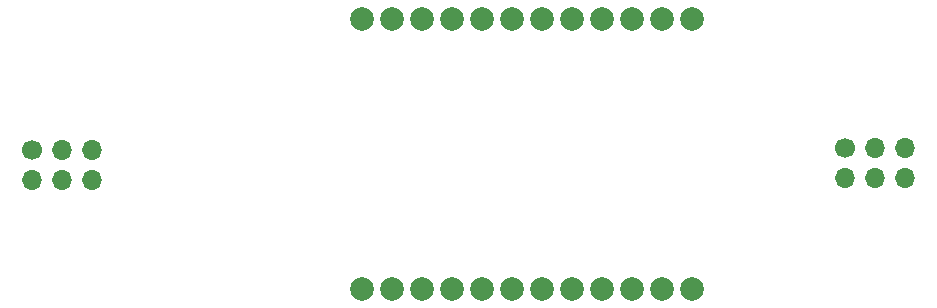
<source format=gbr>
%TF.GenerationSoftware,KiCad,Pcbnew,8.0.4*%
%TF.CreationDate,2024-09-09T14:33:04-07:00*%
%TF.ProjectId,Top_Board,546f705f-426f-4617-9264-2e6b69636164,0*%
%TF.SameCoordinates,Original*%
%TF.FileFunction,Soldermask,Bot*%
%TF.FilePolarity,Negative*%
%FSLAX46Y46*%
G04 Gerber Fmt 4.6, Leading zero omitted, Abs format (unit mm)*
G04 Created by KiCad (PCBNEW 8.0.4) date 2024-09-09 14:33:04*
%MOMM*%
%LPD*%
G01*
G04 APERTURE LIST*
%ADD10C,2.000000*%
%ADD11C,1.700000*%
%ADD12O,1.700000X1.700000*%
G04 APERTURE END LIST*
D10*
%TO.C,U1*%
X171450000Y-107950000D03*
X168910000Y-107950000D03*
X166370000Y-107950000D03*
X163830000Y-107950000D03*
X161290000Y-107950000D03*
X158750000Y-107950000D03*
X156210000Y-107950000D03*
X153670000Y-107950000D03*
X151130000Y-107950000D03*
X148590000Y-107950000D03*
X146050000Y-107950000D03*
X143510000Y-107950000D03*
X171450000Y-85088136D03*
X168910000Y-85088136D03*
X166370000Y-85088136D03*
X163830000Y-85088136D03*
X161290000Y-85088136D03*
X158750000Y-85088136D03*
X156210000Y-85088136D03*
X153670000Y-85088136D03*
X151130000Y-85088136D03*
X148590000Y-85088136D03*
X146050000Y-85088136D03*
X143510000Y-85088136D03*
%TD*%
D11*
%TO.C,J1*%
X115585000Y-96204000D03*
D12*
X115585000Y-98744000D03*
X118125000Y-96204000D03*
X118125000Y-98744000D03*
X120665000Y-96204000D03*
X120665000Y-98744000D03*
%TD*%
D11*
%TO.C,J2*%
X184404000Y-96012000D03*
D12*
X184404000Y-98552000D03*
X186944000Y-96012000D03*
X186944000Y-98552000D03*
X189484000Y-96012000D03*
X189484000Y-98552000D03*
%TD*%
M02*

</source>
